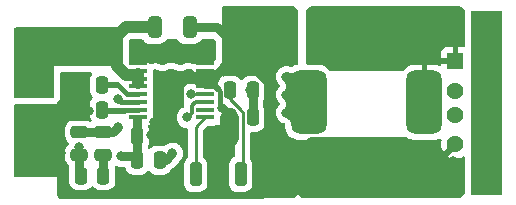
<source format=gbr>
%TF.GenerationSoftware,KiCad,Pcbnew,7.0.1*%
%TF.CreationDate,2023-04-26T12:17:49+02:00*%
%TF.ProjectId,L5988D_RPI_POWER_SUPPLY,4c353938-3844-45f5-9250-495f504f5745,rev?*%
%TF.SameCoordinates,Original*%
%TF.FileFunction,Copper,L1,Top*%
%TF.FilePolarity,Positive*%
%FSLAX46Y46*%
G04 Gerber Fmt 4.6, Leading zero omitted, Abs format (unit mm)*
G04 Created by KiCad (PCBNEW 7.0.1) date 2023-04-26 12:17:49*
%MOMM*%
%LPD*%
G01*
G04 APERTURE LIST*
G04 Aperture macros list*
%AMRoundRect*
0 Rectangle with rounded corners*
0 $1 Rounding radius*
0 $2 $3 $4 $5 $6 $7 $8 $9 X,Y pos of 4 corners*
0 Add a 4 corners polygon primitive as box body*
4,1,4,$2,$3,$4,$5,$6,$7,$8,$9,$2,$3,0*
0 Add four circle primitives for the rounded corners*
1,1,$1+$1,$2,$3*
1,1,$1+$1,$4,$5*
1,1,$1+$1,$6,$7*
1,1,$1+$1,$8,$9*
0 Add four rect primitives between the rounded corners*
20,1,$1+$1,$2,$3,$4,$5,0*
20,1,$1+$1,$4,$5,$6,$7,0*
20,1,$1+$1,$6,$7,$8,$9,0*
20,1,$1+$1,$8,$9,$2,$3,0*%
G04 Aperture macros list end*
%TA.AperFunction,SMDPad,CuDef*%
%ADD10RoundRect,0.250000X0.250000X0.750000X-0.250000X0.750000X-0.250000X-0.750000X0.250000X-0.750000X0*%
%TD*%
%TA.AperFunction,SMDPad,CuDef*%
%ADD11RoundRect,0.250000X-0.250000X-0.475000X0.250000X-0.475000X0.250000X0.475000X-0.250000X0.475000X0*%
%TD*%
%TA.AperFunction,SMDPad,CuDef*%
%ADD12RoundRect,0.250000X-0.325000X-0.650000X0.325000X-0.650000X0.325000X0.650000X-0.325000X0.650000X0*%
%TD*%
%TA.AperFunction,SMDPad,CuDef*%
%ADD13RoundRect,0.250000X0.250000X0.475000X-0.250000X0.475000X-0.250000X-0.475000X0.250000X-0.475000X0*%
%TD*%
%TA.AperFunction,SMDPad,CuDef*%
%ADD14RoundRect,0.250000X-0.250000X-0.750000X0.250000X-0.750000X0.250000X0.750000X-0.250000X0.750000X0*%
%TD*%
%TA.AperFunction,SMDPad,CuDef*%
%ADD15RoundRect,0.250000X-0.475000X0.250000X-0.475000X-0.250000X0.475000X-0.250000X0.475000X0.250000X0*%
%TD*%
%TA.AperFunction,SMDPad,CuDef*%
%ADD16RoundRect,0.041000X-0.744000X-0.164000X0.744000X-0.164000X0.744000X0.164000X-0.744000X0.164000X0*%
%TD*%
%TA.AperFunction,SMDPad,CuDef*%
%ADD17R,2.105000X3.115000*%
%TD*%
%TA.AperFunction,SMDPad,CuDef*%
%ADD18RoundRect,0.750000X0.750000X-1.950000X0.750000X1.950000X-0.750000X1.950000X-0.750000X-1.950000X0*%
%TD*%
%TA.AperFunction,ComponentPad*%
%ADD19C,2.300000*%
%TD*%
%TA.AperFunction,ComponentPad*%
%ADD20R,1.428000X1.428000*%
%TD*%
%TA.AperFunction,ComponentPad*%
%ADD21C,1.428000*%
%TD*%
%TA.AperFunction,ViaPad*%
%ADD22C,0.800000*%
%TD*%
%TA.AperFunction,Conductor*%
%ADD23C,0.800000*%
%TD*%
%TA.AperFunction,Conductor*%
%ADD24C,0.400000*%
%TD*%
%TA.AperFunction,Conductor*%
%ADD25C,0.250000*%
%TD*%
%TA.AperFunction,Conductor*%
%ADD26C,1.000000*%
%TD*%
%TA.AperFunction,Conductor*%
%ADD27C,0.500000*%
%TD*%
%TA.AperFunction,Conductor*%
%ADD28C,1.300000*%
%TD*%
%TA.AperFunction,Conductor*%
%ADD29C,1.600000*%
%TD*%
%TA.AperFunction,Conductor*%
%ADD30C,0.300000*%
%TD*%
G04 APERTURE END LIST*
D10*
%TO.P,VREF,1,Pin_1*%
%TO.N,Net-(J2-Pin_1)*%
X166344800Y-90170000D03*
%TD*%
D11*
%TO.P,Css1,1*%
%TO.N,GNDPWR*%
X152724800Y-82606000D03*
%TO.P,Css1,2*%
%TO.N,Net-(U1-SS{slash}INH#)*%
X154624800Y-82606000D03*
%TD*%
D12*
%TO.P,Cin1,1*%
%TO.N,/Vbat*%
X159076800Y-77724000D03*
%TO.P,Cin1,2*%
%TO.N,GNDPWR*%
X162026800Y-77724000D03*
%TD*%
D11*
%TO.P,Rsous1,1*%
%TO.N,Net-(J2-Pin_1)*%
X165460800Y-83058000D03*
%TO.P,Rsous1,2*%
%TO.N,Net-(U1-U{slash}O{slash}S)*%
X167360800Y-83058000D03*
%TD*%
D13*
%TO.P,Rl1,1*%
%TO.N,GNDPWR*%
X159486800Y-86939000D03*
%TO.P,Rl1,2*%
%TO.N,/FB*%
X157586800Y-86939000D03*
%TD*%
D11*
%TO.P,Rh1,1*%
%TO.N,/FB*%
X157586800Y-88971000D03*
%TO.P,Rh1,2*%
%TO.N,/Vout*%
X159486800Y-88971000D03*
%TD*%
D14*
%TO.P,SYNC,1,Pin_1*%
%TO.N,Net-(J1-Pin_1)*%
X162534800Y-90170000D03*
%TD*%
D13*
%TO.P,Rc1,1*%
%TO.N,Net-(Cc1-Pad2)*%
X154736800Y-90292000D03*
%TO.P,Rc1,2*%
%TO.N,/FB*%
X152836800Y-90292000D03*
%TD*%
%TO.P,Rsous2,1*%
%TO.N,Net-(U1-U{slash}O{slash}S)*%
X167360800Y-85344000D03*
%TO.P,Rsous2,2*%
%TO.N,GNDPWR*%
X165460800Y-85344000D03*
%TD*%
D15*
%TO.P,Cc1,1*%
%TO.N,/COMP*%
X154736800Y-86614000D03*
%TO.P,Cc1,2*%
%TO.N,Net-(Cc1-Pad2)*%
X154736800Y-88514000D03*
%TD*%
D16*
%TO.P,U1,1,OUT*%
%TO.N,/OUT*%
X157632800Y-80783000D03*
%TO.P,U1,2,VIN*%
%TO.N,/Vbat*%
X157632800Y-81433000D03*
%TO.P,U1,3,VIN*%
X157632800Y-82083000D03*
%TO.P,U1,4,VCC*%
X157632800Y-82733000D03*
%TO.P,U1,5,SS/INH#*%
%TO.N,Net-(U1-SS{slash}INH#)*%
X157632800Y-83383000D03*
%TO.P,U1,6,COMP*%
%TO.N,/COMP*%
X157632800Y-84033000D03*
%TO.P,U1,7,ILIM-ADJ*%
%TO.N,Net-(U1-ILIM-ADJ)*%
X157632800Y-84683000D03*
%TO.P,U1,8,FB*%
%TO.N,/FB*%
X157632800Y-85333000D03*
%TO.P,U1,9,SYNCH*%
%TO.N,Net-(J1-Pin_1)*%
X163372800Y-85333000D03*
%TO.P,U1,10,FSW*%
%TO.N,unconnected-(U1-FSW-Pad10)*%
X163372800Y-84683000D03*
%TO.P,U1,11,U/O/S*%
%TO.N,Net-(U1-U{slash}O{slash}S)*%
X163372800Y-84033000D03*
%TO.P,U1,12,VREF*%
%TO.N,Net-(J2-Pin_1)*%
X163372800Y-83383000D03*
%TO.P,U1,13,SGND*%
%TO.N,GNDPWR*%
X163372800Y-82733000D03*
%TO.P,U1,14,PGND*%
X163372800Y-82083000D03*
%TO.P,U1,15,PGND*%
X163372800Y-81433000D03*
%TO.P,U1,16,OUT*%
%TO.N,/OUT*%
X163372800Y-80783000D03*
D17*
%TO.P,U1,17,EP*%
%TO.N,GNDPWR*%
X160502800Y-83058000D03*
%TD*%
D11*
%TO.P,Rlim1,1*%
%TO.N,GNDPWR*%
X152724800Y-84704000D03*
%TO.P,Rlim1,2*%
%TO.N,Net-(U1-ILIM-ADJ)*%
X154624800Y-84704000D03*
%TD*%
D18*
%TO.P,L1,1,1*%
%TO.N,/OUT*%
X172114800Y-84074000D03*
%TO.P,L1,2,2*%
%TO.N,/Vout*%
X181914800Y-84074000D03*
%TD*%
D15*
%TO.P,Cp1,1*%
%TO.N,/COMP*%
X152704800Y-86614000D03*
%TO.P,Cp1,2*%
%TO.N,/FB*%
X152704800Y-88514000D03*
%TD*%
D19*
%TO.P,P1,*%
%TO.N,GNDPWR*%
X187248800Y-77538000D03*
X187248800Y-90678000D03*
D20*
%TO.P,P1,1,VBUS*%
%TO.N,/Vout*%
X184538800Y-80608000D03*
D21*
%TO.P,P1,2,D-*%
%TO.N,unconnected-(P1-D--Pad2)*%
X184538800Y-83108000D03*
%TO.P,P1,3,D+*%
%TO.N,unconnected-(P1-D+-Pad3)*%
X184538800Y-85108000D03*
%TO.P,P1,4,GND*%
%TO.N,GNDPWR*%
X184538800Y-87608000D03*
%TD*%
D22*
%TO.N,/COMP*%
X156006800Y-83820000D03*
X156006800Y-86156800D03*
%TO.N,/Vbat*%
X151384000Y-79959200D03*
X155803600Y-78587600D03*
X155803600Y-79959200D03*
X153009600Y-79959200D03*
X154482800Y-78536800D03*
X153009600Y-78536800D03*
X151384000Y-78486000D03*
X154482800Y-79959200D03*
%TO.N,GNDPWR*%
X175437800Y-89916000D03*
X161036000Y-84175600D03*
X160528000Y-85191600D03*
X172770800Y-89789000D03*
X181787800Y-89027000D03*
X180517800Y-89916000D03*
X159054800Y-85725000D03*
X161086800Y-81940400D03*
X159969200Y-81991200D03*
X181787800Y-90424000D03*
X179247800Y-89027000D03*
X177977800Y-91440000D03*
X177977800Y-89916000D03*
X168833800Y-86233000D03*
X163372800Y-82042000D03*
X153525300Y-84836000D03*
X175437800Y-91440000D03*
X183057800Y-89916000D03*
X151180800Y-85750400D03*
X151180800Y-87071200D03*
X183057800Y-91440000D03*
X168833800Y-83439000D03*
X184327800Y-89027000D03*
X174040800Y-88900000D03*
X184327800Y-90424000D03*
X151180800Y-84455000D03*
X172364400Y-87426800D03*
X172770800Y-91313000D03*
X158800800Y-86868000D03*
X175437800Y-87884000D03*
X159867600Y-84124800D03*
X168833800Y-84734400D03*
X180517800Y-91440000D03*
X176707800Y-89027000D03*
X160782000Y-83007200D03*
X159715200Y-83007200D03*
X176707800Y-90424000D03*
X151180800Y-88392000D03*
X174040800Y-90297000D03*
X179247800Y-90424000D03*
X165404800Y-86995000D03*
X151180800Y-89662000D03*
%TO.N,/Vout*%
X182803800Y-79121000D03*
X172516800Y-77470000D03*
X178993800Y-78105000D03*
X177723800Y-79121000D03*
X176453800Y-76708000D03*
X175183800Y-79121000D03*
X181533800Y-78105000D03*
X173786800Y-77978000D03*
X176453800Y-78105000D03*
X182803800Y-77597000D03*
X173786800Y-76581000D03*
X180263800Y-77597000D03*
X178993800Y-76708000D03*
X184073800Y-78105000D03*
X172516800Y-78994000D03*
X177723800Y-77597000D03*
X175183800Y-77597000D03*
X180263800Y-79121000D03*
X181533800Y-76708000D03*
X160578800Y-88392000D03*
%TO.N,/FB*%
X156260800Y-88646000D03*
X152704800Y-87884000D03*
%TO.N,Net-(J2-Pin_1)*%
X165460800Y-83058000D03*
X162154801Y-83410102D03*
%TO.N,/OUT*%
X159689800Y-80518000D03*
X171119800Y-85725000D03*
X161213800Y-80518000D03*
X158165800Y-80518000D03*
X161975800Y-79756000D03*
X170230800Y-84963000D03*
X170230800Y-83439000D03*
X160451800Y-79756000D03*
X170230800Y-81915000D03*
X162737800Y-80518000D03*
X171119800Y-84201000D03*
X157403800Y-79756000D03*
X158927800Y-79756000D03*
X171119800Y-82677000D03*
X163499800Y-79756000D03*
%TO.N,Net-(U1-U{slash}O{slash}S)*%
X161848800Y-85344000D03*
X167182800Y-83058000D03*
%TD*%
D23*
%TO.N,/COMP*%
X156006800Y-86156800D02*
X155549600Y-86614000D01*
X154736800Y-86614000D02*
X152704800Y-86614000D01*
D24*
X157632800Y-84033000D02*
X156219800Y-84033000D01*
D25*
X156219800Y-84033000D02*
X156006800Y-83820000D01*
D23*
X155549600Y-86614000D02*
X154736800Y-86614000D01*
%TO.N,Net-(Cc1-Pad2)*%
X154736800Y-88514000D02*
X154736800Y-90292000D01*
D26*
%TO.N,/Vbat*%
X156662567Y-81768699D02*
X156876499Y-81768699D01*
X158760402Y-77724000D02*
X156615800Y-77724000D01*
X155803600Y-79959200D02*
X155899101Y-80054701D01*
X155899101Y-78683101D02*
X155899101Y-79863699D01*
X155899101Y-80054701D02*
X155899101Y-81005233D01*
X155899101Y-81005233D02*
X156662567Y-81768699D01*
X159096101Y-78059699D02*
X158760402Y-77724000D01*
X155899101Y-78440699D02*
X155899101Y-78492099D01*
X155803600Y-78587600D02*
X155899101Y-78683101D01*
X155899101Y-78492099D02*
X155803600Y-78587600D01*
X157632800Y-81773000D02*
X157632800Y-82423000D01*
X155899101Y-79863699D02*
X155803600Y-79959200D01*
X156615800Y-77724000D02*
X155899101Y-78440699D01*
X157632800Y-81717000D02*
X157632800Y-82367000D01*
D24*
%TO.N,GNDPWR*%
X164585000Y-83771173D02*
X164585000Y-83220398D01*
D23*
X164388800Y-77724000D02*
X165150800Y-78486000D01*
D25*
X169214800Y-83185000D02*
X167436800Y-81407000D01*
D27*
X164148402Y-82733000D02*
X163372800Y-82733000D01*
D25*
X151053800Y-92075000D02*
X168198800Y-92075000D01*
X169214800Y-91059000D02*
X169214800Y-83185000D01*
X164148402Y-81433000D02*
X163372800Y-81433000D01*
D24*
X164592000Y-84526000D02*
X164592000Y-83778173D01*
D23*
X163372800Y-82042000D02*
X163372800Y-82083000D01*
D25*
X158800800Y-86868000D02*
X159415800Y-86868000D01*
D27*
X165460800Y-85344000D02*
X164642800Y-84526000D01*
D28*
X175183800Y-87630000D02*
X172389800Y-87630000D01*
D23*
X163372800Y-81661000D02*
X163372800Y-82042000D01*
D25*
X164174402Y-81407000D02*
X164148402Y-81433000D01*
X150926800Y-91948000D02*
X151053800Y-92075000D01*
X167436800Y-81407000D02*
X164174402Y-81407000D01*
X168198800Y-92075000D02*
X169214800Y-91059000D01*
X153393300Y-84704000D02*
X153525300Y-84836000D01*
D23*
X152724800Y-82606000D02*
X152724800Y-84704000D01*
D25*
X152724800Y-84704000D02*
X153393300Y-84704000D01*
D27*
X164541200Y-83058000D02*
X164053802Y-82570602D01*
D25*
X159415800Y-86868000D02*
X159486800Y-86939000D01*
D29*
X165404800Y-86995000D02*
X165404800Y-85400000D01*
D23*
X163372800Y-82083000D02*
X163372800Y-82550000D01*
X164309311Y-81661000D02*
X163372800Y-81661000D01*
X165150800Y-80819511D02*
X164309311Y-81661000D01*
D25*
X162026800Y-77724000D02*
X162102800Y-77648000D01*
D23*
X162026800Y-77724000D02*
X164388800Y-77724000D01*
D26*
X175437800Y-87884000D02*
X175183800Y-87630000D01*
D25*
X165404800Y-85400000D02*
X165460800Y-85344000D01*
D23*
X165150800Y-78486000D02*
X165150800Y-80819511D01*
D25*
%TO.N,/Vout*%
X159486800Y-88971000D02*
X159999800Y-88971000D01*
D23*
X159999800Y-88971000D02*
X160578800Y-88392000D01*
%TO.N,/FB*%
X152704800Y-88514000D02*
X152704800Y-90160000D01*
X157586800Y-87158000D02*
X157586800Y-85598000D01*
D25*
X152704800Y-90160000D02*
X152836800Y-90292000D01*
X152704800Y-88514000D02*
X152704800Y-87884000D01*
D23*
X156260800Y-88646000D02*
X157261800Y-88646000D01*
D25*
X157261800Y-88646000D02*
X157586800Y-88971000D01*
D23*
X157586800Y-88971000D02*
X157586800Y-86939000D01*
D25*
X157586800Y-85379000D02*
X157632800Y-85333000D01*
D27*
%TO.N,Net-(U1-SS{slash}INH#)*%
X155924171Y-82606000D02*
X154624800Y-82606000D01*
D24*
X155924171Y-82606000D02*
X155803600Y-82606000D01*
X156701171Y-83383000D02*
X155924171Y-82606000D01*
X157632800Y-83383000D02*
X156701171Y-83383000D01*
D25*
%TO.N,Net-(J1-Pin_1)*%
X162534800Y-86171000D02*
X163372800Y-85333000D01*
X162534800Y-90170000D02*
X162534800Y-86171000D01*
%TO.N,Net-(J2-Pin_1)*%
X166522400Y-90370086D02*
X166522400Y-84867427D01*
X166420800Y-84816627D02*
X166420800Y-84785200D01*
X162154801Y-83410102D02*
X163345698Y-83410102D01*
X163345698Y-83410102D02*
X163372800Y-83383000D01*
X166344800Y-84689827D02*
X165460800Y-83805827D01*
X165460800Y-83805827D02*
X165460800Y-83058000D01*
D24*
%TO.N,Net-(U1-ILIM-ADJ)*%
X156667800Y-84683000D02*
X156514800Y-84836000D01*
D25*
X154756800Y-84836000D02*
X154624800Y-84704000D01*
D24*
X157632800Y-84683000D02*
X156667800Y-84683000D01*
D27*
X156514800Y-84836000D02*
X154756800Y-84836000D01*
D30*
%TO.N,Net-(U1-U{slash}O{slash}S)*%
X162204400Y-84988400D02*
X162204400Y-84353400D01*
D25*
X167360800Y-83058000D02*
X167182800Y-83058000D01*
X161848800Y-85344000D02*
X161880300Y-85312500D01*
D30*
X162397698Y-84160102D02*
X162465462Y-84160102D01*
D23*
X167360800Y-85344000D02*
X167360800Y-83058000D01*
D30*
X162204400Y-84353400D02*
X162397698Y-84160102D01*
X161880300Y-85312500D02*
X162204400Y-84988400D01*
X162465462Y-84160102D02*
X162592564Y-84033000D01*
X162592564Y-84033000D02*
X163372800Y-84033000D01*
%TD*%
%TA.AperFunction,Conductor*%
%TO.N,GNDPWR*%
G36*
X188456800Y-76318213D02*
G01*
X188502187Y-76363600D01*
X188518800Y-76425600D01*
X188518800Y-91773200D01*
X188502187Y-91835200D01*
X188456800Y-91880587D01*
X188394800Y-91897200D01*
X186001200Y-91897200D01*
X185939200Y-91880587D01*
X185893813Y-91835200D01*
X185877200Y-91773200D01*
X185877200Y-76425600D01*
X185893813Y-76363600D01*
X185939200Y-76318213D01*
X186001200Y-76301600D01*
X188394800Y-76301600D01*
X188456800Y-76318213D01*
G37*
%TD.AperFunction*%
%TD*%
%TA.AperFunction,Conductor*%
%TO.N,/OUT*%
G36*
X158086995Y-78755723D02*
G01*
X158132102Y-78798904D01*
X158159086Y-78842654D01*
X158283145Y-78966713D01*
X158357804Y-79012762D01*
X158432466Y-79058814D01*
X158543817Y-79095712D01*
X158599002Y-79113999D01*
X158609503Y-79115071D01*
X158701791Y-79124500D01*
X159451808Y-79124499D01*
X159554597Y-79113999D01*
X159721134Y-79058814D01*
X159870456Y-78966712D01*
X159994512Y-78842656D01*
X160021498Y-78798903D01*
X160066605Y-78755723D01*
X160127037Y-78740000D01*
X160976563Y-78740000D01*
X161036995Y-78755723D01*
X161082102Y-78798904D01*
X161109086Y-78842654D01*
X161233145Y-78966713D01*
X161307804Y-79012762D01*
X161382466Y-79058814D01*
X161493817Y-79095712D01*
X161549002Y-79113999D01*
X161559503Y-79115071D01*
X161651791Y-79124500D01*
X162401808Y-79124499D01*
X162504597Y-79113999D01*
X162671134Y-79058814D01*
X162820456Y-78966712D01*
X162944512Y-78842656D01*
X162971498Y-78798903D01*
X163016605Y-78755723D01*
X163077037Y-78740000D01*
X164079938Y-78740000D01*
X164127391Y-78749439D01*
X164167619Y-78776319D01*
X164213981Y-78822681D01*
X164240861Y-78862909D01*
X164250300Y-78910362D01*
X164250300Y-80395150D01*
X164240861Y-80442603D01*
X164213981Y-80482831D01*
X164005631Y-80691181D01*
X163965403Y-80718061D01*
X163917950Y-80727500D01*
X162586402Y-80727500D01*
X162499390Y-80737949D01*
X162365160Y-80790882D01*
X162328661Y-80799201D01*
X162291343Y-80796248D01*
X162255634Y-80787869D01*
X162255632Y-80787868D01*
X162255629Y-80787868D01*
X162140144Y-80774500D01*
X161737308Y-80774500D01*
X161658230Y-80780724D01*
X161658226Y-80780724D01*
X161658221Y-80780725D01*
X161619919Y-80786791D01*
X161542792Y-80805306D01*
X161469507Y-80835660D01*
X161458811Y-80841108D01*
X161452971Y-80843893D01*
X161348439Y-80890434D01*
X161323786Y-80898445D01*
X161286590Y-80906352D01*
X161268063Y-80910290D01*
X161242282Y-80913000D01*
X161185318Y-80913000D01*
X161159536Y-80910290D01*
X161126063Y-80903174D01*
X161103812Y-80898445D01*
X161079160Y-80890434D01*
X161030203Y-80868637D01*
X160974617Y-80843888D01*
X160968771Y-80841100D01*
X160962430Y-80837870D01*
X160958088Y-80835658D01*
X160884811Y-80805308D01*
X160859373Y-80799201D01*
X160807685Y-80786792D01*
X160769378Y-80780725D01*
X160769374Y-80780724D01*
X160769370Y-80780724D01*
X160690292Y-80774500D01*
X160213308Y-80774500D01*
X160134230Y-80780724D01*
X160134226Y-80780724D01*
X160134221Y-80780725D01*
X160095919Y-80786791D01*
X160018792Y-80805306D01*
X159945507Y-80835660D01*
X159934811Y-80841108D01*
X159928971Y-80843893D01*
X159824439Y-80890434D01*
X159799786Y-80898445D01*
X159762590Y-80906352D01*
X159744063Y-80910290D01*
X159718282Y-80913000D01*
X159661318Y-80913000D01*
X159635536Y-80910290D01*
X159602063Y-80903174D01*
X159579812Y-80898445D01*
X159555160Y-80890434D01*
X159506203Y-80868637D01*
X159450617Y-80843888D01*
X159444771Y-80841100D01*
X159438430Y-80837870D01*
X159434088Y-80835658D01*
X159360811Y-80805308D01*
X159335373Y-80799201D01*
X159283685Y-80786792D01*
X159245378Y-80780725D01*
X159245374Y-80780724D01*
X159245370Y-80780724D01*
X159166292Y-80774500D01*
X159042300Y-80774500D01*
X159042299Y-80774500D01*
X158911469Y-80791724D01*
X158849464Y-80808338D01*
X158796193Y-80830404D01*
X158732906Y-80838827D01*
X158673818Y-80814647D01*
X158644690Y-80792558D01*
X158577844Y-80766197D01*
X158506209Y-80737948D01*
X158419198Y-80727500D01*
X158419194Y-80727500D01*
X157818499Y-80727500D01*
X157787419Y-80723541D01*
X157785085Y-80722937D01*
X157774777Y-80722414D01*
X157581863Y-80712630D01*
X157499817Y-80725200D01*
X157494138Y-80726070D01*
X157475362Y-80727500D01*
X157087652Y-80727500D01*
X157040200Y-80718061D01*
X156999971Y-80691182D01*
X156935920Y-80627132D01*
X156909040Y-80586903D01*
X156899601Y-80539450D01*
X156899601Y-80068980D01*
X156899641Y-80065839D01*
X156901858Y-79978339D01*
X156901547Y-79976603D01*
X156899601Y-79954720D01*
X156899601Y-79906457D01*
X156899959Y-79897043D01*
X156900065Y-79895645D01*
X156904438Y-79838223D01*
X156900594Y-79808047D01*
X156899601Y-79792382D01*
X156899601Y-78906482D01*
X156909040Y-78859029D01*
X156935920Y-78818801D01*
X156978402Y-78776319D01*
X157018630Y-78749439D01*
X157066083Y-78740000D01*
X158026563Y-78740000D01*
X158086995Y-78755723D01*
G37*
%TD.AperFunction*%
%TD*%
%TA.AperFunction,Conductor*%
%TO.N,/Vbat*%
G36*
X150545800Y-81026000D02*
G01*
X150545800Y-83571500D01*
X150529187Y-83633500D01*
X150483800Y-83678887D01*
X150421800Y-83695500D01*
X147291600Y-83695500D01*
X147229600Y-83678887D01*
X147184213Y-83633500D01*
X147167600Y-83571500D01*
X147167600Y-77848000D01*
X147184213Y-77786000D01*
X147229600Y-77740613D01*
X147291600Y-77724000D01*
X150545800Y-77724000D01*
X150545800Y-81026000D01*
G37*
%TD.AperFunction*%
%TD*%
%TA.AperFunction,Conductor*%
%TO.N,/Vout*%
G36*
X184958891Y-75955439D02*
G01*
X184999119Y-75982319D01*
X185307481Y-76290681D01*
X185334361Y-76330909D01*
X185343800Y-76378362D01*
X185343800Y-79270000D01*
X185327187Y-79332000D01*
X185281800Y-79377387D01*
X185219800Y-79394000D01*
X184788800Y-79394000D01*
X184788800Y-80734000D01*
X184772187Y-80796000D01*
X184726800Y-80841387D01*
X184664800Y-80858000D01*
X183324800Y-80858000D01*
X183324800Y-80858365D01*
X183309662Y-80917736D01*
X183267946Y-80962612D01*
X183209835Y-80982035D01*
X183149518Y-80971264D01*
X183079318Y-80939377D01*
X182861132Y-80884400D01*
X182728988Y-80874000D01*
X182164800Y-80874000D01*
X182164800Y-81407000D01*
X181664800Y-81407000D01*
X181664800Y-80874001D01*
X181100612Y-80874001D01*
X180968468Y-80884400D01*
X180750281Y-80939377D01*
X180545420Y-81032430D01*
X180360467Y-81160565D01*
X180201365Y-81319667D01*
X180177846Y-81353616D01*
X180133449Y-81392846D01*
X180075918Y-81407000D01*
X173954290Y-81407000D01*
X173896759Y-81392846D01*
X173852362Y-81353616D01*
X173828619Y-81319345D01*
X173669454Y-81160180D01*
X173484425Y-81031992D01*
X173279481Y-80938902D01*
X173061216Y-80883904D01*
X172995114Y-80878701D01*
X172929017Y-80873500D01*
X172929013Y-80873500D01*
X172929007Y-80873500D01*
X172005798Y-80873500D01*
X171943800Y-80856888D01*
X171898413Y-80811501D01*
X171881800Y-80749501D01*
X171881800Y-80358000D01*
X183324800Y-80358000D01*
X184288800Y-80358000D01*
X184288800Y-79394000D01*
X183776976Y-79394000D01*
X183717424Y-79400402D01*
X183582710Y-79450647D01*
X183467611Y-79536811D01*
X183381447Y-79651910D01*
X183331202Y-79786624D01*
X183324800Y-79846176D01*
X183324800Y-80358000D01*
X171881800Y-80358000D01*
X171881800Y-76378362D01*
X171891239Y-76330909D01*
X171918119Y-76290681D01*
X172226481Y-75982319D01*
X172266709Y-75955439D01*
X172314162Y-75946000D01*
X184911438Y-75946000D01*
X184958891Y-75955439D01*
G37*
%TD.AperFunction*%
%TD*%
%TA.AperFunction,Conductor*%
%TO.N,/OUT*%
G36*
X171565800Y-81423613D02*
G01*
X171611187Y-81469000D01*
X171627800Y-81531000D01*
X171627800Y-85982000D01*
X171611187Y-86044000D01*
X171565800Y-86089387D01*
X171503800Y-86106000D01*
X170743800Y-86106000D01*
X170681800Y-86089387D01*
X170636413Y-86044000D01*
X170619800Y-85982000D01*
X170619800Y-85959268D01*
X170606843Y-85845551D01*
X170606312Y-85843250D01*
X170594293Y-85791192D01*
X170556088Y-85683308D01*
X170526358Y-85636642D01*
X170494594Y-85586782D01*
X170459486Y-85543429D01*
X170377856Y-85463212D01*
X170280280Y-85403418D01*
X170229716Y-85379839D01*
X170121181Y-85343524D01*
X170120962Y-85343477D01*
X170120803Y-85343444D01*
X170096163Y-85335436D01*
X170044116Y-85312263D01*
X170021667Y-85299302D01*
X169975580Y-85265818D01*
X169956315Y-85248473D01*
X169918197Y-85206139D01*
X169902960Y-85185166D01*
X169874476Y-85135830D01*
X169863932Y-85112148D01*
X169846369Y-85058095D01*
X169840300Y-85019777D01*
X169840300Y-84906222D01*
X169846369Y-84867904D01*
X169863933Y-84813847D01*
X169874474Y-84790170D01*
X169902962Y-84740827D01*
X169918192Y-84719865D01*
X170006114Y-84622220D01*
X170076786Y-84521291D01*
X170104953Y-84468317D01*
X170149108Y-84353290D01*
X170164124Y-84230998D01*
X170164124Y-84171002D01*
X170149108Y-84048710D01*
X170104953Y-83933683D01*
X170092775Y-83910781D01*
X170076786Y-83880708D01*
X170006116Y-83779781D01*
X169954925Y-83722928D01*
X169918191Y-83682131D01*
X169902962Y-83661170D01*
X169874474Y-83611827D01*
X169863934Y-83588153D01*
X169846369Y-83534095D01*
X169840300Y-83495776D01*
X169840300Y-83382221D01*
X169846369Y-83343902D01*
X169863934Y-83289844D01*
X169874472Y-83266173D01*
X169902962Y-83216826D01*
X169918192Y-83195865D01*
X170006116Y-83098218D01*
X170076786Y-82997290D01*
X170104953Y-82944316D01*
X170149108Y-82829289D01*
X170164124Y-82706997D01*
X170164124Y-82647000D01*
X170149108Y-82524708D01*
X170104953Y-82409681D01*
X170076786Y-82356707D01*
X170006115Y-82255778D01*
X169918197Y-82158136D01*
X169902959Y-82137164D01*
X169874473Y-82087825D01*
X169863932Y-82064149D01*
X169846330Y-82009977D01*
X169840940Y-81984617D01*
X169836419Y-81941599D01*
X169834986Y-81927958D01*
X169834986Y-81902040D01*
X169839003Y-81863813D01*
X169840941Y-81845375D01*
X169846330Y-81820022D01*
X169863629Y-81766782D01*
X169863935Y-81765840D01*
X169874470Y-81742176D01*
X169902962Y-81692826D01*
X169918197Y-81671858D01*
X169920566Y-81669227D01*
X169956317Y-81629521D01*
X169975577Y-81612180D01*
X170021669Y-81578692D01*
X170044116Y-81565734D01*
X170096159Y-81542563D01*
X170120815Y-81534552D01*
X170176536Y-81522709D01*
X170202315Y-81520000D01*
X170259288Y-81520000D01*
X170285061Y-81522708D01*
X170340793Y-81534554D01*
X170362167Y-81541500D01*
X170364864Y-81542307D01*
X170364866Y-81542308D01*
X170488592Y-81579336D01*
X170550604Y-81589515D01*
X170679675Y-81593982D01*
X170721672Y-81584520D01*
X170805660Y-81565601D01*
X170805664Y-81565599D01*
X170805666Y-81565599D01*
X170864704Y-81544070D01*
X170979396Y-81484683D01*
X170986472Y-81479779D01*
X171005806Y-81468808D01*
X171107592Y-81422575D01*
X171128570Y-81415235D01*
X171139172Y-81412564D01*
X171146346Y-81410757D01*
X171176638Y-81407000D01*
X171503800Y-81407000D01*
X171565800Y-81423613D01*
G37*
%TD.AperFunction*%
%TD*%
%TA.AperFunction,Conductor*%
%TO.N,GNDPWR*%
G36*
X150926800Y-90424000D02*
G01*
X147291600Y-90424000D01*
X147229600Y-90407387D01*
X147184213Y-90362000D01*
X147167600Y-90300000D01*
X147167600Y-84325000D01*
X147184213Y-84263000D01*
X147229600Y-84217613D01*
X147291600Y-84201000D01*
X150781349Y-84201000D01*
X150926800Y-84201000D01*
X150926800Y-90424000D01*
G37*
%TD.AperFunction*%
%TD*%
%TA.AperFunction,Conductor*%
%TO.N,GNDPWR*%
G36*
X159204610Y-81286069D02*
G01*
X159229961Y-81298985D01*
X159237067Y-81302148D01*
X159237070Y-81302151D01*
X159408688Y-81378561D01*
X159409997Y-81379144D01*
X159595152Y-81418500D01*
X159595154Y-81418500D01*
X159784446Y-81418500D01*
X159784448Y-81418500D01*
X159907883Y-81392262D01*
X159969603Y-81379144D01*
X160142530Y-81302151D01*
X160142534Y-81302147D01*
X160149638Y-81298985D01*
X160174990Y-81286069D01*
X160213308Y-81280000D01*
X160690292Y-81280000D01*
X160728610Y-81286069D01*
X160753961Y-81298985D01*
X160761067Y-81302148D01*
X160761070Y-81302151D01*
X160932688Y-81378561D01*
X160933997Y-81379144D01*
X161119152Y-81418500D01*
X161119154Y-81418500D01*
X161308446Y-81418500D01*
X161308448Y-81418500D01*
X161431883Y-81392262D01*
X161493603Y-81379144D01*
X161666530Y-81302151D01*
X161666534Y-81302147D01*
X161673638Y-81298985D01*
X161698990Y-81286069D01*
X161737308Y-81280000D01*
X162140144Y-81280000D01*
X162195304Y-81292944D01*
X162238947Y-81329074D01*
X162242302Y-81333498D01*
X162360910Y-81423442D01*
X162499387Y-81478050D01*
X162499390Y-81478051D01*
X162586402Y-81488500D01*
X162586406Y-81488500D01*
X164159194Y-81488500D01*
X164159198Y-81488500D01*
X164246209Y-81478051D01*
X164246210Y-81478050D01*
X164246213Y-81478050D01*
X164384690Y-81423442D01*
X164443873Y-81378561D01*
X164507172Y-81353910D01*
X164573960Y-81366308D01*
X164624194Y-81412033D01*
X164642800Y-81477364D01*
X164642800Y-82039113D01*
X164624339Y-82104209D01*
X164525986Y-82263665D01*
X164470800Y-82430202D01*
X164460300Y-82532991D01*
X164460300Y-82590182D01*
X164445907Y-82648168D01*
X164406068Y-82692692D01*
X164350033Y-82713419D01*
X164290811Y-82705537D01*
X164246213Y-82687950D01*
X164246210Y-82687949D01*
X164246209Y-82687949D01*
X164159198Y-82677500D01*
X164159194Y-82677500D01*
X162718772Y-82677500D01*
X162680454Y-82671431D01*
X162645887Y-82653818D01*
X162607531Y-82625951D01*
X162434603Y-82548957D01*
X162249449Y-82509602D01*
X162249447Y-82509602D01*
X162060155Y-82509602D01*
X162060153Y-82509602D01*
X161874998Y-82548957D01*
X161702070Y-82625950D01*
X161548930Y-82737212D01*
X161422267Y-82877885D01*
X161327621Y-83041817D01*
X161269127Y-83221844D01*
X161249341Y-83410102D01*
X161269127Y-83598359D01*
X161327621Y-83778386D01*
X161422267Y-83942318D01*
X161543107Y-84076524D01*
X161569850Y-84124278D01*
X161573431Y-84178893D01*
X161567624Y-84215559D01*
X161565255Y-84226998D01*
X161553900Y-84271224D01*
X161553900Y-84292445D01*
X161552373Y-84311844D01*
X161549053Y-84332805D01*
X161549967Y-84342470D01*
X161553350Y-84378261D01*
X161553900Y-84389930D01*
X161553900Y-84409052D01*
X161544871Y-84455503D01*
X161519098Y-84495190D01*
X161480336Y-84522330D01*
X161457639Y-84532436D01*
X161396067Y-84559849D01*
X161242929Y-84671110D01*
X161116266Y-84811783D01*
X161021620Y-84975715D01*
X160963126Y-85155742D01*
X160943340Y-85344000D01*
X160963126Y-85532257D01*
X161021620Y-85712284D01*
X161116266Y-85876216D01*
X161208813Y-85979000D01*
X158673800Y-85979000D01*
X158684211Y-85968588D01*
X158686744Y-85957797D01*
X158722874Y-85914154D01*
X158763297Y-85883499D01*
X158768820Y-85876216D01*
X158853242Y-85764890D01*
X158907850Y-85626413D01*
X158907850Y-85626410D01*
X158907851Y-85626409D01*
X158918300Y-85539398D01*
X158918300Y-85126601D01*
X158905947Y-85023733D01*
X158907643Y-85023529D01*
X158904687Y-85008000D01*
X158907643Y-84992470D01*
X158905947Y-84992267D01*
X158918300Y-84889399D01*
X158918300Y-84476601D01*
X158905947Y-84373733D01*
X158907646Y-84373528D01*
X158904687Y-84357954D01*
X158907641Y-84342470D01*
X158905947Y-84342267D01*
X158918300Y-84239399D01*
X158918300Y-83826601D01*
X158905947Y-83723733D01*
X158907646Y-83723528D01*
X158904687Y-83707954D01*
X158907641Y-83692470D01*
X158905947Y-83692267D01*
X158918300Y-83589399D01*
X158918300Y-83176601D01*
X158905947Y-83073733D01*
X158907646Y-83073528D01*
X158904687Y-83057978D01*
X158907644Y-83042471D01*
X158905947Y-83042268D01*
X158918300Y-82939399D01*
X158918300Y-82526601D01*
X158905947Y-82423733D01*
X158907643Y-82423529D01*
X158904687Y-82408000D01*
X158907643Y-82392470D01*
X158905947Y-82392267D01*
X158918300Y-82289399D01*
X158918300Y-81876601D01*
X158905947Y-81773733D01*
X158907643Y-81773529D01*
X158904687Y-81758000D01*
X158907643Y-81742470D01*
X158905947Y-81742267D01*
X158918300Y-81639399D01*
X158918300Y-81404000D01*
X158934913Y-81342000D01*
X158980300Y-81296613D01*
X159042300Y-81280000D01*
X159166292Y-81280000D01*
X159204610Y-81286069D01*
G37*
%TD.AperFunction*%
%TD*%
%TA.AperFunction,Conductor*%
%TO.N,GNDPWR*%
G36*
X170861891Y-75955439D02*
G01*
X170902119Y-75982319D01*
X171210481Y-76290681D01*
X171237361Y-76330909D01*
X171246800Y-76378362D01*
X171246800Y-80767515D01*
X171234919Y-80820479D01*
X171201554Y-80863295D01*
X171153098Y-80887756D01*
X170950118Y-80938902D01*
X170745171Y-81031993D01*
X170691522Y-81069161D01*
X170632484Y-81090690D01*
X170570472Y-81080511D01*
X170510602Y-81053855D01*
X170325448Y-81014500D01*
X170325446Y-81014500D01*
X170136154Y-81014500D01*
X170136152Y-81014500D01*
X169950997Y-81053855D01*
X169778069Y-81130848D01*
X169624929Y-81242110D01*
X169498266Y-81382783D01*
X169403620Y-81546715D01*
X169345126Y-81726742D01*
X169325340Y-81915000D01*
X169345126Y-82103257D01*
X169403620Y-82283284D01*
X169498264Y-82447213D01*
X169498267Y-82447216D01*
X169624929Y-82587888D01*
X169624932Y-82587890D01*
X169630457Y-82594026D01*
X169658624Y-82647000D01*
X169658624Y-82706997D01*
X169630457Y-82759971D01*
X169498266Y-82906783D01*
X169403620Y-83070715D01*
X169345126Y-83250742D01*
X169325340Y-83438999D01*
X169345126Y-83627257D01*
X169403620Y-83807284D01*
X169498266Y-83971216D01*
X169630457Y-84118028D01*
X169658624Y-84171002D01*
X169658624Y-84230998D01*
X169630457Y-84283972D01*
X169498266Y-84430783D01*
X169403620Y-84594715D01*
X169345126Y-84774742D01*
X169325340Y-84963000D01*
X169345126Y-85151257D01*
X169403620Y-85331284D01*
X169498266Y-85495216D01*
X169624929Y-85635889D01*
X169778069Y-85747151D01*
X169893968Y-85798752D01*
X169950997Y-85824144D01*
X170016083Y-85837978D01*
X170066641Y-85861554D01*
X170101750Y-85904909D01*
X170114300Y-85959267D01*
X170114300Y-86088213D01*
X170124704Y-86220416D01*
X170179702Y-86438681D01*
X170272792Y-86643625D01*
X170400980Y-86828654D01*
X170560145Y-86987819D01*
X170745174Y-87116007D01*
X170950118Y-87209097D01*
X171168383Y-87264095D01*
X171168384Y-87264095D01*
X171168388Y-87264096D01*
X171196000Y-87266269D01*
X171196000Y-91795600D01*
X171231559Y-91836239D01*
X171231559Y-91836240D01*
X170902119Y-92165681D01*
X170861891Y-92192561D01*
X170814438Y-92202000D01*
X151232162Y-92202000D01*
X151184709Y-92192561D01*
X151144481Y-92165681D01*
X150835995Y-91857195D01*
X150809172Y-91817105D01*
X150799676Y-91769814D01*
X150796417Y-90424000D01*
X150926800Y-90424000D01*
X150926800Y-84201000D01*
X150781349Y-84201000D01*
X150781211Y-84143840D01*
X150793933Y-84088830D01*
X150829723Y-84045167D01*
X150841242Y-84036329D01*
X150886629Y-83990942D01*
X150966963Y-83886250D01*
X151017462Y-83764334D01*
X151034075Y-83702334D01*
X151051300Y-83571500D01*
X151051300Y-81655500D01*
X151067913Y-81593500D01*
X151113300Y-81548113D01*
X151175300Y-81531500D01*
X153640619Y-81531500D01*
X153703398Y-81548566D01*
X153748896Y-81595068D01*
X153764590Y-81658204D01*
X153746158Y-81720596D01*
X153689986Y-81811665D01*
X153634800Y-81978202D01*
X153624300Y-82080990D01*
X153624300Y-83131008D01*
X153634800Y-83233796D01*
X153689986Y-83400334D01*
X153782088Y-83549657D01*
X153799750Y-83567319D01*
X153831844Y-83622906D01*
X153831844Y-83687094D01*
X153799750Y-83742681D01*
X153782088Y-83760342D01*
X153689986Y-83909665D01*
X153634800Y-84076202D01*
X153624300Y-84178990D01*
X153624300Y-85229008D01*
X153634800Y-85331796D01*
X153689986Y-85498334D01*
X153706066Y-85524404D01*
X153724498Y-85586796D01*
X153708804Y-85649932D01*
X153663306Y-85696434D01*
X153600527Y-85713500D01*
X153589932Y-85713500D01*
X153524836Y-85695039D01*
X153499134Y-85679186D01*
X153332597Y-85624000D01*
X153229809Y-85613500D01*
X152179791Y-85613500D01*
X152077003Y-85624000D01*
X151910465Y-85679186D01*
X151761142Y-85771288D01*
X151637088Y-85895342D01*
X151544986Y-86044665D01*
X151489800Y-86211202D01*
X151479300Y-86313991D01*
X151479300Y-86914008D01*
X151489800Y-87016796D01*
X151544986Y-87183334D01*
X151637086Y-87332654D01*
X151637087Y-87332655D01*
X151637088Y-87332656D01*
X151761144Y-87456712D01*
X151761146Y-87456713D01*
X151761147Y-87456714D01*
X151763982Y-87458463D01*
X151807161Y-87503569D01*
X151822883Y-87563999D01*
X151807162Y-87624429D01*
X151763984Y-87669536D01*
X151761146Y-87671286D01*
X151637086Y-87795345D01*
X151544986Y-87944665D01*
X151489800Y-88111202D01*
X151479300Y-88213991D01*
X151479300Y-88814008D01*
X151489800Y-88916796D01*
X151544986Y-89083334D01*
X151637088Y-89232657D01*
X151767981Y-89363550D01*
X151794861Y-89403778D01*
X151804300Y-89451231D01*
X151804300Y-90207189D01*
X151819126Y-90348259D01*
X151830231Y-90382435D01*
X151836300Y-90420752D01*
X151836300Y-90817008D01*
X151846800Y-90919796D01*
X151901986Y-91086334D01*
X151994088Y-91235657D01*
X152118142Y-91359711D01*
X152118144Y-91359712D01*
X152267466Y-91451814D01*
X152378817Y-91488712D01*
X152434002Y-91506999D01*
X152443529Y-91507972D01*
X152536791Y-91517500D01*
X153136808Y-91517499D01*
X153239597Y-91506999D01*
X153406134Y-91451814D01*
X153555456Y-91359712D01*
X153679512Y-91235656D01*
X153681260Y-91232821D01*
X153726368Y-91189640D01*
X153786800Y-91173917D01*
X153847232Y-91189640D01*
X153892339Y-91232821D01*
X153894088Y-91235657D01*
X154018142Y-91359711D01*
X154018144Y-91359712D01*
X154167466Y-91451814D01*
X154278817Y-91488712D01*
X154334002Y-91506999D01*
X154343529Y-91507972D01*
X154436791Y-91517500D01*
X155036808Y-91517499D01*
X155139597Y-91506999D01*
X155306134Y-91451814D01*
X155455456Y-91359712D01*
X155579512Y-91235656D01*
X155671614Y-91086334D01*
X155726799Y-90919797D01*
X155737300Y-90817009D01*
X155737299Y-89766992D01*
X155726799Y-89664203D01*
X155711818Y-89618995D01*
X155707166Y-89559885D01*
X155730494Y-89505369D01*
X155776468Y-89467918D01*
X155834575Y-89456097D01*
X155880073Y-89469287D01*
X155880118Y-89469151D01*
X155884388Y-89470538D01*
X155891527Y-89472608D01*
X155892515Y-89473179D01*
X155908181Y-89478268D01*
X155931466Y-89485834D01*
X155943578Y-89490483D01*
X155980997Y-89507144D01*
X156021067Y-89515660D01*
X156033582Y-89519014D01*
X156072544Y-89531674D01*
X156113285Y-89535955D01*
X156126094Y-89537985D01*
X156166154Y-89546500D01*
X156213608Y-89546500D01*
X156355446Y-89546500D01*
X156489930Y-89546500D01*
X156540145Y-89557123D01*
X156581757Y-89587171D01*
X156607636Y-89631495D01*
X156651986Y-89765334D01*
X156671499Y-89796969D01*
X156744088Y-89914657D01*
X156868142Y-90038711D01*
X156924695Y-90073592D01*
X157017466Y-90130814D01*
X157128816Y-90167712D01*
X157184002Y-90185999D01*
X157193529Y-90186972D01*
X157286791Y-90196500D01*
X157886808Y-90196499D01*
X157989597Y-90185999D01*
X158156134Y-90130814D01*
X158305456Y-90038712D01*
X158429512Y-89914656D01*
X158431260Y-89911821D01*
X158476368Y-89868640D01*
X158536800Y-89852917D01*
X158597232Y-89868640D01*
X158642339Y-89911821D01*
X158644088Y-89914657D01*
X158768142Y-90038711D01*
X158824695Y-90073592D01*
X158917466Y-90130814D01*
X159028816Y-90167712D01*
X159084002Y-90185999D01*
X159093529Y-90186972D01*
X159186791Y-90196500D01*
X159786808Y-90196499D01*
X159889597Y-90185999D01*
X160056134Y-90130814D01*
X160205456Y-90038712D01*
X160329512Y-89914656D01*
X160402101Y-89796967D01*
X160451345Y-89751580D01*
X160492949Y-89730383D01*
X160603180Y-89641119D01*
X161158542Y-89085756D01*
X161173327Y-89073129D01*
X161184671Y-89064888D01*
X161230056Y-89014481D01*
X161234488Y-89009810D01*
X161248920Y-88995380D01*
X161261738Y-88979549D01*
X161265952Y-88974616D01*
X161311329Y-88924220D01*
X161311333Y-88924216D01*
X161318344Y-88912071D01*
X161329364Y-88896039D01*
X161338183Y-88885149D01*
X161368985Y-88824693D01*
X161372048Y-88819051D01*
X161405979Y-88760284D01*
X161410309Y-88746953D01*
X161417756Y-88728974D01*
X161424120Y-88716488D01*
X161441675Y-88650970D01*
X161443507Y-88644782D01*
X161464474Y-88580256D01*
X161465940Y-88566305D01*
X161469483Y-88547190D01*
X161473113Y-88533645D01*
X161476662Y-88465898D01*
X161477167Y-88459477D01*
X161484260Y-88392000D01*
X161482793Y-88378051D01*
X161482284Y-88358619D01*
X161483019Y-88344612D01*
X161472408Y-88277621D01*
X161471566Y-88271230D01*
X161464474Y-88203744D01*
X161460140Y-88190405D01*
X161455598Y-88171487D01*
X161453407Y-88157650D01*
X161429092Y-88094306D01*
X161426937Y-88088219D01*
X161405980Y-88023717D01*
X161398975Y-88011585D01*
X161390597Y-87994020D01*
X161385573Y-87980933D01*
X161385572Y-87980930D01*
X161348608Y-87924011D01*
X161345255Y-87918538D01*
X161311333Y-87859784D01*
X161301950Y-87849364D01*
X161290104Y-87833923D01*
X161282474Y-87822174D01*
X161234515Y-87774215D01*
X161230064Y-87769526D01*
X161184671Y-87719112D01*
X161173330Y-87710872D01*
X161158540Y-87698240D01*
X161148625Y-87688325D01*
X161148622Y-87688323D01*
X161148621Y-87688322D01*
X161091731Y-87651377D01*
X161086381Y-87647700D01*
X161031531Y-87607850D01*
X161031530Y-87607849D01*
X161018727Y-87602148D01*
X161001630Y-87592865D01*
X160989867Y-87585226D01*
X160926556Y-87560924D01*
X160920558Y-87558440D01*
X160858601Y-87530855D01*
X160844887Y-87527940D01*
X160826232Y-87522414D01*
X160813149Y-87517392D01*
X160746174Y-87506784D01*
X160739792Y-87505602D01*
X160711902Y-87499674D01*
X160673446Y-87491500D01*
X160673444Y-87491500D01*
X160659426Y-87491500D01*
X160640028Y-87489973D01*
X160626188Y-87487781D01*
X160558464Y-87491330D01*
X160551975Y-87491500D01*
X160484154Y-87491500D01*
X160475647Y-87493308D01*
X160470442Y-87494414D01*
X160451161Y-87496952D01*
X160437155Y-87497686D01*
X160371639Y-87515241D01*
X160365328Y-87516756D01*
X160298995Y-87530855D01*
X160286187Y-87536558D01*
X160267858Y-87543049D01*
X160254311Y-87546679D01*
X160193881Y-87577470D01*
X160188025Y-87580264D01*
X160126067Y-87607850D01*
X160114730Y-87616087D01*
X160098149Y-87626248D01*
X160085650Y-87632616D01*
X160032935Y-87675303D01*
X160027789Y-87679252D01*
X159962387Y-87726771D01*
X159961234Y-87725184D01*
X159930065Y-87746635D01*
X159872864Y-87754291D01*
X159797919Y-87746635D01*
X159786808Y-87745500D01*
X159186791Y-87745500D01*
X159084003Y-87756000D01*
X158917465Y-87811186D01*
X158768142Y-87903288D01*
X158698981Y-87972450D01*
X158649618Y-88002700D01*
X158591902Y-88007242D01*
X158538415Y-87985087D01*
X158500815Y-87941064D01*
X158487300Y-87884769D01*
X158487300Y-87824132D01*
X158505761Y-87759036D01*
X158507633Y-87756001D01*
X158521614Y-87733334D01*
X158576799Y-87566797D01*
X158587300Y-87464009D01*
X158587299Y-86413992D01*
X158576799Y-86311203D01*
X158522548Y-86147487D01*
X158518373Y-86085665D01*
X158544632Y-86029539D01*
X158594768Y-85993128D01*
X158608674Y-85987645D01*
X158608677Y-85987644D01*
X158654163Y-85979000D01*
X158673800Y-85979000D01*
X161208814Y-85979000D01*
X161242929Y-86016889D01*
X161396069Y-86128151D01*
X161568997Y-86205144D01*
X161754152Y-86244500D01*
X161754154Y-86244500D01*
X161785300Y-86244500D01*
X161847300Y-86261113D01*
X161892687Y-86306500D01*
X161909300Y-86368500D01*
X161909300Y-88700622D01*
X161893577Y-88761054D01*
X161850396Y-88806161D01*
X161816142Y-88827288D01*
X161692088Y-88951342D01*
X161599986Y-89100665D01*
X161544800Y-89267202D01*
X161534300Y-89369990D01*
X161534300Y-90970008D01*
X161544800Y-91072796D01*
X161599986Y-91239334D01*
X161692088Y-91388657D01*
X161816142Y-91512711D01*
X161872695Y-91547592D01*
X161965466Y-91604814D01*
X162076816Y-91641712D01*
X162132002Y-91659999D01*
X162141529Y-91660972D01*
X162234791Y-91670500D01*
X162834808Y-91670499D01*
X162937597Y-91659999D01*
X163104134Y-91604814D01*
X163253456Y-91512712D01*
X163377512Y-91388656D01*
X163469614Y-91239334D01*
X163524799Y-91072797D01*
X163535300Y-90970009D01*
X163535299Y-89369992D01*
X163533942Y-89356712D01*
X163524799Y-89267203D01*
X163524799Y-89267202D01*
X163469614Y-89100666D01*
X163412392Y-89007895D01*
X163377511Y-88951342D01*
X163253457Y-88827288D01*
X163219204Y-88806161D01*
X163176023Y-88761054D01*
X163160300Y-88700622D01*
X163160300Y-86481452D01*
X163169739Y-86433999D01*
X163196619Y-86393771D01*
X163515572Y-86074819D01*
X163555800Y-86047939D01*
X163603253Y-86038500D01*
X164159198Y-86038500D01*
X164217206Y-86031533D01*
X164246213Y-86028050D01*
X164304823Y-86004937D01*
X164348675Y-85987645D01*
X164394164Y-85979000D01*
X164769800Y-85979000D01*
X164769800Y-84349218D01*
X164783397Y-84292763D01*
X164821206Y-84248688D01*
X164874936Y-84226661D01*
X164932803Y-84231512D01*
X164956590Y-84239394D01*
X165008239Y-84256508D01*
X165056916Y-84286533D01*
X165835454Y-85065071D01*
X165863063Y-85107100D01*
X165868311Y-85120355D01*
X165868314Y-85120359D01*
X165873219Y-85127110D01*
X165890831Y-85161676D01*
X165896900Y-85199994D01*
X165896900Y-88605406D01*
X165886277Y-88655621D01*
X165856229Y-88697233D01*
X165811905Y-88723111D01*
X165795066Y-88728691D01*
X165775465Y-88735186D01*
X165626142Y-88827288D01*
X165502088Y-88951342D01*
X165409986Y-89100665D01*
X165354800Y-89267202D01*
X165344300Y-89369990D01*
X165344300Y-90970008D01*
X165354800Y-91072796D01*
X165409986Y-91239334D01*
X165502088Y-91388657D01*
X165626142Y-91512711D01*
X165682695Y-91547592D01*
X165775466Y-91604814D01*
X165886816Y-91641712D01*
X165942002Y-91659999D01*
X165951529Y-91660972D01*
X166044791Y-91670500D01*
X166644808Y-91670499D01*
X166747597Y-91659999D01*
X166914134Y-91604814D01*
X167063456Y-91512712D01*
X167187512Y-91388656D01*
X167279614Y-91239334D01*
X167334799Y-91072797D01*
X167345300Y-90970009D01*
X167345299Y-89369992D01*
X167343942Y-89356712D01*
X167334799Y-89267203D01*
X167334799Y-89267202D01*
X167279614Y-89100666D01*
X167222392Y-89007895D01*
X167187511Y-88951342D01*
X167184219Y-88948050D01*
X167157339Y-88907822D01*
X167147900Y-88860369D01*
X167147900Y-86693500D01*
X167164513Y-86631500D01*
X167209900Y-86586113D01*
X167271900Y-86569500D01*
X167660808Y-86569499D01*
X167660807Y-86569499D01*
X167763597Y-86558999D01*
X167930134Y-86503814D01*
X168079456Y-86411712D01*
X168203512Y-86287656D01*
X168295614Y-86138334D01*
X168350799Y-85971797D01*
X168361300Y-85869009D01*
X168361299Y-84818992D01*
X168350799Y-84716203D01*
X168295614Y-84549666D01*
X168279761Y-84523964D01*
X168261300Y-84458868D01*
X168261300Y-83943132D01*
X168279761Y-83878036D01*
X168280906Y-83876179D01*
X168295614Y-83852334D01*
X168350799Y-83685797D01*
X168361300Y-83583009D01*
X168361299Y-82532992D01*
X168350799Y-82430203D01*
X168295614Y-82263666D01*
X168203512Y-82114344D01*
X168203511Y-82114342D01*
X168079457Y-81990288D01*
X167930134Y-81898186D01*
X167763597Y-81843000D01*
X167670335Y-81833473D01*
X167660808Y-81832500D01*
X167060791Y-81832500D01*
X166958003Y-81843000D01*
X166791465Y-81898186D01*
X166642142Y-81990288D01*
X166518086Y-82114344D01*
X166516337Y-82117181D01*
X166471231Y-82160360D01*
X166410800Y-82176082D01*
X166350369Y-82160360D01*
X166305263Y-82117181D01*
X166303513Y-82114344D01*
X166179457Y-81990288D01*
X166030134Y-81898186D01*
X165863597Y-81843000D01*
X165770335Y-81833473D01*
X165760808Y-81832500D01*
X165160791Y-81832500D01*
X165058003Y-81843000D01*
X164932804Y-81884488D01*
X164874937Y-81889339D01*
X164821207Y-81867312D01*
X164783397Y-81823238D01*
X164769800Y-81766782D01*
X164769800Y-76070000D01*
X164786413Y-76008000D01*
X164831800Y-75962613D01*
X164893800Y-75946000D01*
X170814438Y-75946000D01*
X170861891Y-75955439D01*
G37*
%TD.AperFunction*%
%TD*%
%TA.AperFunction,Conductor*%
%TO.N,/Vbat*%
G36*
X156198800Y-77740613D02*
G01*
X156244187Y-77786000D01*
X156260800Y-77848000D01*
X156260800Y-80902000D01*
X156244187Y-80964000D01*
X156198800Y-81009387D01*
X156136800Y-81026000D01*
X150545800Y-81026000D01*
X150545800Y-77724000D01*
X156136800Y-77724000D01*
X156198800Y-77740613D01*
G37*
%TD.AperFunction*%
%TD*%
%TA.AperFunction,Conductor*%
%TO.N,GNDPWR*%
G36*
X180381595Y-87009587D02*
G01*
X180415319Y-87026043D01*
X180545174Y-87116007D01*
X180615030Y-87147737D01*
X180750118Y-87209097D01*
X180968383Y-87264095D01*
X180968384Y-87264095D01*
X180968388Y-87264096D01*
X181100583Y-87274500D01*
X182729016Y-87274499D01*
X182861212Y-87264096D01*
X183079483Y-87209096D01*
X183192739Y-87157652D01*
X183261123Y-87147737D01*
X183324197Y-87175961D01*
X183362372Y-87233559D01*
X183363794Y-87302645D01*
X183338676Y-87396386D01*
X183320162Y-87608000D01*
X183338676Y-87819611D01*
X183393657Y-88024801D01*
X183483426Y-88217314D01*
X183521523Y-88271721D01*
X184451118Y-87342127D01*
X184506705Y-87310033D01*
X184570893Y-87310033D01*
X184626480Y-87342127D01*
X184804672Y-87520319D01*
X184836766Y-87575906D01*
X184836766Y-87640094D01*
X184804672Y-87695681D01*
X183875077Y-88625275D01*
X183929484Y-88663372D01*
X184121998Y-88753142D01*
X184327188Y-88808123D01*
X184538799Y-88826637D01*
X184750411Y-88808123D01*
X184955601Y-88753142D01*
X185148115Y-88663372D01*
X185148675Y-88662981D01*
X185149816Y-88662579D01*
X185157952Y-88658786D01*
X185158325Y-88659587D01*
X185211688Y-88640821D01*
X185277056Y-88654565D01*
X185325809Y-88700227D01*
X185343800Y-88764555D01*
X185343800Y-91652667D01*
X185337437Y-91691879D01*
X185319000Y-91727065D01*
X185159341Y-91939945D01*
X185000000Y-92152400D01*
X184956254Y-92188909D01*
X184900800Y-92202000D01*
X171607868Y-92202000D01*
X171556629Y-92190919D01*
X171514549Y-92159655D01*
X171382487Y-92008728D01*
X171231560Y-91836240D01*
X171196000Y-91795600D01*
X171196000Y-87266269D01*
X171300583Y-87274500D01*
X172929016Y-87274499D01*
X173061212Y-87264096D01*
X173061216Y-87264095D01*
X173279481Y-87209097D01*
X173484423Y-87116009D01*
X173484426Y-87116007D01*
X173596978Y-87038030D01*
X173630489Y-87021642D01*
X173667356Y-87015963D01*
X180344494Y-87003975D01*
X180381595Y-87009587D01*
G37*
%TD.AperFunction*%
%TD*%
M02*

</source>
